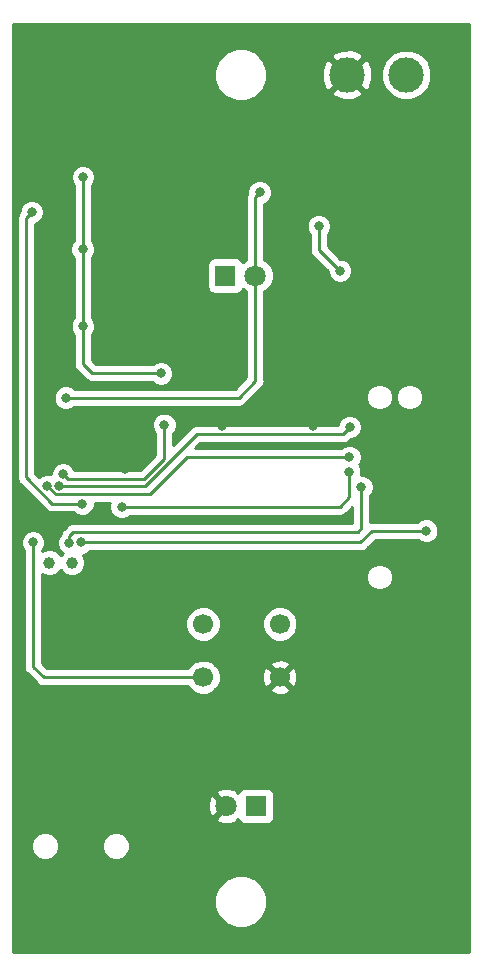
<source format=gbl>
G04 #@! TF.GenerationSoftware,KiCad,Pcbnew,5.0.0-fee4fd1~66~ubuntu16.04.1*
G04 #@! TF.CreationDate,2018-10-04T18:13:22+05:30*
G04 #@! TF.ProjectId,senseBeTx_rev1,73656E7365426554785F726576312E6B,rev?*
G04 #@! TF.SameCoordinates,Original*
G04 #@! TF.FileFunction,Copper,L2,Bot,Signal*
G04 #@! TF.FilePolarity,Positive*
%FSLAX46Y46*%
G04 Gerber Fmt 4.6, Leading zero omitted, Abs format (unit mm)*
G04 Created by KiCad (PCBNEW 5.0.0-fee4fd1~66~ubuntu16.04.1) date Thu Oct  4 18:13:22 2018*
%MOMM*%
%LPD*%
G01*
G04 APERTURE LIST*
G04 #@! TA.AperFunction,ComponentPad*
%ADD10C,3.000000*%
G04 #@! TD*
G04 #@! TA.AperFunction,ComponentPad*
%ADD11R,1.800000X1.800000*%
G04 #@! TD*
G04 #@! TA.AperFunction,ComponentPad*
%ADD12C,1.800000*%
G04 #@! TD*
G04 #@! TA.AperFunction,ComponentPad*
%ADD13C,1.000000*%
G04 #@! TD*
G04 #@! TA.AperFunction,ComponentPad*
%ADD14C,1.700000*%
G04 #@! TD*
G04 #@! TA.AperFunction,ViaPad*
%ADD15C,0.800000*%
G04 #@! TD*
G04 #@! TA.AperFunction,Conductor*
%ADD16C,0.250000*%
G04 #@! TD*
G04 #@! TA.AperFunction,Conductor*
%ADD17C,0.254000*%
G04 #@! TD*
G04 APERTURE END LIST*
D10*
G04 #@! TO.P,BT1,1*
G04 #@! TO.N,Net-(BT1-Pad1)*
X47000000Y-122000000D03*
G04 #@! TO.P,BT1,2*
G04 #@! TO.N,GND*
X42000000Y-122000000D03*
G04 #@! TD*
D11*
G04 #@! TO.P,D1,1*
G04 #@! TO.N,/LIGHT_SENSE*
X34300000Y-183900000D03*
D12*
G04 #@! TO.P,D1,2*
G04 #@! TO.N,GND*
X31760000Y-183900000D03*
G04 #@! TD*
D11*
G04 #@! TO.P,D3,1*
G04 #@! TO.N,Net-(D3-Pad1)*
X31700000Y-139000000D03*
D12*
G04 #@! TO.P,D3,2*
G04 #@! TO.N,VDD*
X34240000Y-139000000D03*
G04 #@! TD*
D13*
G04 #@! TO.P,Y1,1*
G04 #@! TO.N,/RCC_OSC32_IN*
X16800000Y-163300000D03*
G04 #@! TO.P,Y1,2*
G04 #@! TO.N,/RCC_OSC32_OUT*
X18700000Y-163300000D03*
G04 #@! TD*
D14*
G04 #@! TO.P,SW1,4*
G04 #@! TO.N,Net-(SW1-Pad4)*
X29800000Y-168500000D03*
G04 #@! TO.P,SW1,3*
G04 #@! TO.N,Net-(SW1-Pad3)*
X36300000Y-168500000D03*
G04 #@! TO.P,SW1,2*
G04 #@! TO.N,/BUTTON*
X29800000Y-173000000D03*
G04 #@! TO.P,SW1,1*
G04 #@! TO.N,GND*
X36300000Y-173000000D03*
G04 #@! TD*
D15*
G04 #@! TO.N,GND*
X20800000Y-166500000D03*
X31400000Y-151700000D03*
X39100000Y-151700000D03*
X49600000Y-132200000D03*
X16500000Y-130500000D03*
X16500000Y-136800000D03*
X16500000Y-143200000D03*
X23190000Y-155360000D03*
G04 #@! TO.N,VDD*
X19500000Y-161600000D03*
X48700000Y-160600000D03*
X34600000Y-131960000D03*
X18180000Y-149340000D03*
G04 #@! TO.N,/BUTTON*
X15400000Y-161600000D03*
G04 #@! TO.N,Net-(D2-Pad2)*
X39600000Y-134800000D03*
X41400000Y-138600000D03*
G04 #@! TO.N,/SYS_SWDIO*
X42230000Y-151820000D03*
X17620000Y-156800000D03*
G04 #@! TO.N,/SYS_SWDCLK*
X42190000Y-154360000D03*
X16610000Y-156820000D03*
G04 #@! TO.N,/RESET*
X18487347Y-161612653D03*
X43200000Y-156900000D03*
G04 #@! TO.N,/USART2_TX*
X22910000Y-158580000D03*
X42180000Y-155610000D03*
G04 #@! TO.N,/LEDIR_PWR2*
X19580000Y-158300000D03*
X15299999Y-133620000D03*
G04 #@! TO.N,/LEDIR_CNTRL1*
X17950000Y-155840000D03*
X26530000Y-151630000D03*
G04 #@! TO.N,/R_CNTRL*
X19620000Y-143300000D03*
X26240000Y-147280000D03*
X19600000Y-136770000D03*
X19630000Y-130660000D03*
G04 #@! TD*
D16*
G04 #@! TO.N,VDD*
X19500000Y-161600000D02*
X43100000Y-161600000D01*
X44100000Y-160600000D02*
X48700000Y-160600000D01*
X43100000Y-161600000D02*
X44100000Y-160600000D01*
X34240000Y-132320000D02*
X34600000Y-131960000D01*
X34240000Y-139000000D02*
X34240000Y-132320000D01*
X34240000Y-139000000D02*
X34240000Y-147910000D01*
X32810000Y-149340000D02*
X18180000Y-149340000D01*
X34240000Y-147910000D02*
X32810000Y-149340000D01*
G04 #@! TO.N,/BUTTON*
X16300000Y-173000000D02*
X29800000Y-173000000D01*
X15400000Y-172100000D02*
X16300000Y-173000000D01*
X15400000Y-161600000D02*
X15400000Y-172100000D01*
G04 #@! TO.N,Net-(D2-Pad2)*
X39600000Y-136800000D02*
X41400000Y-138600000D01*
X39600000Y-134800000D02*
X39600000Y-136800000D01*
G04 #@! TO.N,/SYS_SWDIO*
X41624999Y-152425001D02*
X42230000Y-151820000D01*
X29261409Y-152425001D02*
X41624999Y-152425001D01*
X24886410Y-156800000D02*
X29261409Y-152425001D01*
X17620000Y-156800000D02*
X24886410Y-156800000D01*
G04 #@! TO.N,/SYS_SWDCLK*
X17315001Y-157525001D02*
X25304999Y-157525001D01*
X16610000Y-156820000D02*
X17315001Y-157525001D01*
X25304999Y-157525001D02*
X28470000Y-154360000D01*
X28470000Y-154360000D02*
X29420000Y-154360000D01*
X29420000Y-154360000D02*
X42190000Y-154360000D01*
G04 #@! TO.N,/RESET*
X18487347Y-161046968D02*
X18834315Y-160700000D01*
X18487347Y-161612653D02*
X18487347Y-161046968D01*
X18834315Y-160700000D02*
X42900000Y-160700000D01*
X43200000Y-160400000D02*
X43200000Y-156900000D01*
X42900000Y-160700000D02*
X43200000Y-160400000D01*
G04 #@! TO.N,/USART2_TX*
X41370000Y-158580000D02*
X22910000Y-158580000D01*
X42180000Y-155610000D02*
X42180000Y-157770000D01*
X42180000Y-157770000D02*
X41370000Y-158580000D01*
G04 #@! TO.N,/LEDIR_PWR2*
X17016998Y-158300000D02*
X14810000Y-156093002D01*
X19580000Y-158300000D02*
X17016998Y-158300000D01*
X14810000Y-134109999D02*
X15299999Y-133620000D01*
X14810000Y-156093002D02*
X14810000Y-134109999D01*
G04 #@! TO.N,/LEDIR_CNTRL1*
X18349999Y-156239999D02*
X24810001Y-156239999D01*
X17950000Y-155840000D02*
X18349999Y-156239999D01*
X26530000Y-154520000D02*
X26530000Y-151630000D01*
X24810001Y-156239999D02*
X26530000Y-154520000D01*
G04 #@! TO.N,/R_CNTRL*
X19620000Y-143300000D02*
X19620000Y-146480000D01*
X20420000Y-147280000D02*
X26240000Y-147280000D01*
X19620000Y-146480000D02*
X20420000Y-147280000D01*
X19620000Y-136790000D02*
X19600000Y-136770000D01*
X19620000Y-143300000D02*
X19620000Y-136790000D01*
X19630000Y-136740000D02*
X19600000Y-136770000D01*
X19630000Y-130660000D02*
X19630000Y-136740000D01*
G04 #@! TD*
D17*
G04 #@! TO.N,GND*
G36*
X52290000Y-196290000D02*
X13710000Y-196290000D01*
X13710000Y-191555431D01*
X30765000Y-191555431D01*
X30765000Y-192444569D01*
X31105259Y-193266026D01*
X31733974Y-193894741D01*
X32555431Y-194235000D01*
X33444569Y-194235000D01*
X34266026Y-193894741D01*
X34894741Y-193266026D01*
X35235000Y-192444569D01*
X35235000Y-191555431D01*
X34894741Y-190733974D01*
X34266026Y-190105259D01*
X33444569Y-189765000D01*
X32555431Y-189765000D01*
X31733974Y-190105259D01*
X31105259Y-190733974D01*
X30765000Y-191555431D01*
X13710000Y-191555431D01*
X13710000Y-187064289D01*
X15215000Y-187064289D01*
X15215000Y-187535711D01*
X15395405Y-187971249D01*
X15728751Y-188304595D01*
X16164289Y-188485000D01*
X16635711Y-188485000D01*
X17071249Y-188304595D01*
X17404595Y-187971249D01*
X17585000Y-187535711D01*
X17585000Y-187064289D01*
X21215000Y-187064289D01*
X21215000Y-187535711D01*
X21395405Y-187971249D01*
X21728751Y-188304595D01*
X22164289Y-188485000D01*
X22635711Y-188485000D01*
X23071249Y-188304595D01*
X23404595Y-187971249D01*
X23585000Y-187535711D01*
X23585000Y-187064289D01*
X23404595Y-186628751D01*
X23071249Y-186295405D01*
X22635711Y-186115000D01*
X22164289Y-186115000D01*
X21728751Y-186295405D01*
X21395405Y-186628751D01*
X21215000Y-187064289D01*
X17585000Y-187064289D01*
X17404595Y-186628751D01*
X17071249Y-186295405D01*
X16635711Y-186115000D01*
X16164289Y-186115000D01*
X15728751Y-186295405D01*
X15395405Y-186628751D01*
X15215000Y-187064289D01*
X13710000Y-187064289D01*
X13710000Y-183659336D01*
X30213542Y-183659336D01*
X30239161Y-184269460D01*
X30423357Y-184714148D01*
X30679841Y-184800554D01*
X31580395Y-183900000D01*
X30679841Y-182999446D01*
X30423357Y-183085852D01*
X30213542Y-183659336D01*
X13710000Y-183659336D01*
X13710000Y-182819841D01*
X30859446Y-182819841D01*
X31760000Y-183720395D01*
X31774143Y-183706253D01*
X31953748Y-183885858D01*
X31939605Y-183900000D01*
X31953748Y-183914143D01*
X31774143Y-184093748D01*
X31760000Y-184079605D01*
X30859446Y-184980159D01*
X30945852Y-185236643D01*
X31519336Y-185446458D01*
X32129460Y-185420839D01*
X32574148Y-185236643D01*
X32660553Y-184980161D01*
X32775110Y-185094718D01*
X32809942Y-185059886D01*
X32942191Y-185257809D01*
X33152235Y-185398157D01*
X33400000Y-185447440D01*
X35200000Y-185447440D01*
X35447765Y-185398157D01*
X35657809Y-185257809D01*
X35798157Y-185047765D01*
X35847440Y-184800000D01*
X35847440Y-183000000D01*
X35798157Y-182752235D01*
X35657809Y-182542191D01*
X35447765Y-182401843D01*
X35200000Y-182352560D01*
X33400000Y-182352560D01*
X33152235Y-182401843D01*
X32942191Y-182542191D01*
X32809942Y-182740114D01*
X32775110Y-182705282D01*
X32660553Y-182819839D01*
X32574148Y-182563357D01*
X32000664Y-182353542D01*
X31390540Y-182379161D01*
X30945852Y-182563357D01*
X30859446Y-182819841D01*
X13710000Y-182819841D01*
X13710000Y-134109999D01*
X14035112Y-134109999D01*
X14050001Y-134184851D01*
X14050000Y-156018155D01*
X14035112Y-156093002D01*
X14050000Y-156167849D01*
X14050000Y-156167853D01*
X14094096Y-156389538D01*
X14262071Y-156640931D01*
X14325530Y-156683333D01*
X16426669Y-158784473D01*
X16469069Y-158847929D01*
X16720461Y-159015904D01*
X16942146Y-159060000D01*
X16942150Y-159060000D01*
X17016998Y-159074888D01*
X17091846Y-159060000D01*
X18876289Y-159060000D01*
X18993720Y-159177431D01*
X19374126Y-159335000D01*
X19785874Y-159335000D01*
X20166280Y-159177431D01*
X20457431Y-158886280D01*
X20615000Y-158505874D01*
X20615000Y-158285001D01*
X21911917Y-158285001D01*
X21875000Y-158374126D01*
X21875000Y-158785874D01*
X22032569Y-159166280D01*
X22323720Y-159457431D01*
X22704126Y-159615000D01*
X23115874Y-159615000D01*
X23496280Y-159457431D01*
X23613711Y-159340000D01*
X41295153Y-159340000D01*
X41370000Y-159354888D01*
X41444847Y-159340000D01*
X41444852Y-159340000D01*
X41666537Y-159295904D01*
X41917929Y-159127929D01*
X41960331Y-159064470D01*
X42440001Y-158584801D01*
X42440000Y-159940000D01*
X18909163Y-159940000D01*
X18834315Y-159925112D01*
X18759467Y-159940000D01*
X18759463Y-159940000D01*
X18585920Y-159974520D01*
X18537777Y-159984096D01*
X18444033Y-160046734D01*
X18286386Y-160152071D01*
X18243984Y-160215530D01*
X18002875Y-160456639D01*
X17939419Y-160499039D01*
X17771443Y-160750431D01*
X17743033Y-160893256D01*
X17609916Y-161026373D01*
X17452347Y-161406779D01*
X17452347Y-161818527D01*
X17609916Y-162198933D01*
X17901067Y-162490084D01*
X17903695Y-162491172D01*
X17750000Y-162644867D01*
X17442926Y-162337793D01*
X17025766Y-162165000D01*
X16574234Y-162165000D01*
X16160000Y-162336581D01*
X16160000Y-162303711D01*
X16277431Y-162186280D01*
X16435000Y-161805874D01*
X16435000Y-161394126D01*
X16277431Y-161013720D01*
X15986280Y-160722569D01*
X15605874Y-160565000D01*
X15194126Y-160565000D01*
X14813720Y-160722569D01*
X14522569Y-161013720D01*
X14365000Y-161394126D01*
X14365000Y-161805874D01*
X14522569Y-162186280D01*
X14640000Y-162303711D01*
X14640001Y-172025148D01*
X14625112Y-172100000D01*
X14684097Y-172396537D01*
X14763604Y-172515527D01*
X14852072Y-172647929D01*
X14915528Y-172690329D01*
X15709671Y-173484473D01*
X15752071Y-173547929D01*
X16003463Y-173715904D01*
X16225148Y-173760000D01*
X16225152Y-173760000D01*
X16299999Y-173774888D01*
X16374846Y-173760000D01*
X28507450Y-173760000D01*
X28541078Y-173841185D01*
X28958815Y-174258922D01*
X29504615Y-174485000D01*
X30095385Y-174485000D01*
X30641185Y-174258922D01*
X30856149Y-174043958D01*
X35435647Y-174043958D01*
X35515920Y-174295259D01*
X36071279Y-174496718D01*
X36661458Y-174470315D01*
X37084080Y-174295259D01*
X37164353Y-174043958D01*
X36300000Y-173179605D01*
X35435647Y-174043958D01*
X30856149Y-174043958D01*
X31058922Y-173841185D01*
X31285000Y-173295385D01*
X31285000Y-172771279D01*
X34803282Y-172771279D01*
X34829685Y-173361458D01*
X35004741Y-173784080D01*
X35256042Y-173864353D01*
X36120395Y-173000000D01*
X36479605Y-173000000D01*
X37343958Y-173864353D01*
X37595259Y-173784080D01*
X37796718Y-173228721D01*
X37770315Y-172638542D01*
X37595259Y-172215920D01*
X37343958Y-172135647D01*
X36479605Y-173000000D01*
X36120395Y-173000000D01*
X35256042Y-172135647D01*
X35004741Y-172215920D01*
X34803282Y-172771279D01*
X31285000Y-172771279D01*
X31285000Y-172704615D01*
X31058922Y-172158815D01*
X30856149Y-171956042D01*
X35435647Y-171956042D01*
X36300000Y-172820395D01*
X37164353Y-171956042D01*
X37084080Y-171704741D01*
X36528721Y-171503282D01*
X35938542Y-171529685D01*
X35515920Y-171704741D01*
X35435647Y-171956042D01*
X30856149Y-171956042D01*
X30641185Y-171741078D01*
X30095385Y-171515000D01*
X29504615Y-171515000D01*
X28958815Y-171741078D01*
X28541078Y-172158815D01*
X28507450Y-172240000D01*
X16614802Y-172240000D01*
X16160000Y-171785199D01*
X16160000Y-168204615D01*
X28315000Y-168204615D01*
X28315000Y-168795385D01*
X28541078Y-169341185D01*
X28958815Y-169758922D01*
X29504615Y-169985000D01*
X30095385Y-169985000D01*
X30641185Y-169758922D01*
X31058922Y-169341185D01*
X31285000Y-168795385D01*
X31285000Y-168204615D01*
X34815000Y-168204615D01*
X34815000Y-168795385D01*
X35041078Y-169341185D01*
X35458815Y-169758922D01*
X36004615Y-169985000D01*
X36595385Y-169985000D01*
X37141185Y-169758922D01*
X37558922Y-169341185D01*
X37785000Y-168795385D01*
X37785000Y-168204615D01*
X37558922Y-167658815D01*
X37141185Y-167241078D01*
X36595385Y-167015000D01*
X36004615Y-167015000D01*
X35458815Y-167241078D01*
X35041078Y-167658815D01*
X34815000Y-168204615D01*
X31285000Y-168204615D01*
X31058922Y-167658815D01*
X30641185Y-167241078D01*
X30095385Y-167015000D01*
X29504615Y-167015000D01*
X28958815Y-167241078D01*
X28541078Y-167658815D01*
X28315000Y-168204615D01*
X16160000Y-168204615D01*
X16160000Y-164263419D01*
X16574234Y-164435000D01*
X17025766Y-164435000D01*
X17442926Y-164262207D01*
X17750000Y-163955133D01*
X18057074Y-164262207D01*
X18474234Y-164435000D01*
X18925766Y-164435000D01*
X19265605Y-164294234D01*
X43595000Y-164294234D01*
X43595000Y-164745766D01*
X43767793Y-165162926D01*
X44087074Y-165482207D01*
X44504234Y-165655000D01*
X44955766Y-165655000D01*
X45372926Y-165482207D01*
X45692207Y-165162926D01*
X45865000Y-164745766D01*
X45865000Y-164294234D01*
X45692207Y-163877074D01*
X45372926Y-163557793D01*
X44955766Y-163385000D01*
X44504234Y-163385000D01*
X44087074Y-163557793D01*
X43767793Y-163877074D01*
X43595000Y-164294234D01*
X19265605Y-164294234D01*
X19342926Y-164262207D01*
X19662207Y-163942926D01*
X19835000Y-163525766D01*
X19835000Y-163074234D01*
X19662207Y-162657074D01*
X19640133Y-162635000D01*
X19705874Y-162635000D01*
X20086280Y-162477431D01*
X20203711Y-162360000D01*
X43025153Y-162360000D01*
X43100000Y-162374888D01*
X43174847Y-162360000D01*
X43174852Y-162360000D01*
X43396537Y-162315904D01*
X43647929Y-162147929D01*
X43690331Y-162084470D01*
X44414802Y-161360000D01*
X47996289Y-161360000D01*
X48113720Y-161477431D01*
X48494126Y-161635000D01*
X48905874Y-161635000D01*
X49286280Y-161477431D01*
X49577431Y-161186280D01*
X49735000Y-160805874D01*
X49735000Y-160394126D01*
X49577431Y-160013720D01*
X49286280Y-159722569D01*
X48905874Y-159565000D01*
X48494126Y-159565000D01*
X48113720Y-159722569D01*
X47996289Y-159840000D01*
X44174848Y-159840000D01*
X44100000Y-159825112D01*
X44025152Y-159840000D01*
X44025148Y-159840000D01*
X43960000Y-159852959D01*
X43960000Y-157603711D01*
X44077431Y-157486280D01*
X44235000Y-157105874D01*
X44235000Y-156694126D01*
X44077431Y-156313720D01*
X43786280Y-156022569D01*
X43405874Y-155865000D01*
X43194651Y-155865000D01*
X43215000Y-155815874D01*
X43215000Y-155404126D01*
X43057431Y-155023720D01*
X43023711Y-154990000D01*
X43067431Y-154946280D01*
X43225000Y-154565874D01*
X43225000Y-154154126D01*
X43067431Y-153773720D01*
X42776280Y-153482569D01*
X42395874Y-153325000D01*
X41984126Y-153325000D01*
X41603720Y-153482569D01*
X41486289Y-153600000D01*
X29161212Y-153600000D01*
X29576211Y-153185001D01*
X41550152Y-153185001D01*
X41624999Y-153199889D01*
X41699846Y-153185001D01*
X41699851Y-153185001D01*
X41921536Y-153140905D01*
X42172928Y-152972930D01*
X42215330Y-152909471D01*
X42269801Y-152855000D01*
X42435874Y-152855000D01*
X42816280Y-152697431D01*
X43107431Y-152406280D01*
X43265000Y-152025874D01*
X43265000Y-151614126D01*
X43107431Y-151233720D01*
X42816280Y-150942569D01*
X42435874Y-150785000D01*
X42024126Y-150785000D01*
X41643720Y-150942569D01*
X41352569Y-151233720D01*
X41195000Y-151614126D01*
X41195000Y-151665001D01*
X29336256Y-151665001D01*
X29261409Y-151650113D01*
X29186562Y-151665001D01*
X29186557Y-151665001D01*
X28964872Y-151709097D01*
X28713480Y-151877072D01*
X28671080Y-151940528D01*
X27290000Y-153321608D01*
X27290000Y-152333711D01*
X27407431Y-152216280D01*
X27565000Y-151835874D01*
X27565000Y-151424126D01*
X27407431Y-151043720D01*
X27116280Y-150752569D01*
X26735874Y-150595000D01*
X26324126Y-150595000D01*
X25943720Y-150752569D01*
X25652569Y-151043720D01*
X25495000Y-151424126D01*
X25495000Y-151835874D01*
X25652569Y-152216280D01*
X25770001Y-152333712D01*
X25770000Y-154205198D01*
X24495200Y-155479999D01*
X18921159Y-155479999D01*
X18827431Y-155253720D01*
X18536280Y-154962569D01*
X18155874Y-154805000D01*
X17744126Y-154805000D01*
X17363720Y-154962569D01*
X17072569Y-155253720D01*
X16915000Y-155634126D01*
X16915000Y-155826059D01*
X16815874Y-155785000D01*
X16404126Y-155785000D01*
X16023720Y-155942569D01*
X15879044Y-156087245D01*
X15570000Y-155778201D01*
X15570000Y-149134126D01*
X17145000Y-149134126D01*
X17145000Y-149545874D01*
X17302569Y-149926280D01*
X17593720Y-150217431D01*
X17974126Y-150375000D01*
X18385874Y-150375000D01*
X18766280Y-150217431D01*
X18883711Y-150100000D01*
X32735153Y-150100000D01*
X32810000Y-150114888D01*
X32884847Y-150100000D01*
X32884852Y-150100000D01*
X33106537Y-150055904D01*
X33357929Y-149887929D01*
X33400331Y-149824470D01*
X34170568Y-149054234D01*
X43595000Y-149054234D01*
X43595000Y-149505766D01*
X43767793Y-149922926D01*
X44087074Y-150242207D01*
X44504234Y-150415000D01*
X44955766Y-150415000D01*
X45372926Y-150242207D01*
X45692207Y-149922926D01*
X45865000Y-149505766D01*
X45865000Y-149054234D01*
X46135000Y-149054234D01*
X46135000Y-149505766D01*
X46307793Y-149922926D01*
X46627074Y-150242207D01*
X47044234Y-150415000D01*
X47495766Y-150415000D01*
X47912926Y-150242207D01*
X48232207Y-149922926D01*
X48405000Y-149505766D01*
X48405000Y-149054234D01*
X48232207Y-148637074D01*
X47912926Y-148317793D01*
X47495766Y-148145000D01*
X47044234Y-148145000D01*
X46627074Y-148317793D01*
X46307793Y-148637074D01*
X46135000Y-149054234D01*
X45865000Y-149054234D01*
X45692207Y-148637074D01*
X45372926Y-148317793D01*
X44955766Y-148145000D01*
X44504234Y-148145000D01*
X44087074Y-148317793D01*
X43767793Y-148637074D01*
X43595000Y-149054234D01*
X34170568Y-149054234D01*
X34724476Y-148500327D01*
X34787929Y-148457929D01*
X34830327Y-148394476D01*
X34830329Y-148394474D01*
X34955903Y-148206538D01*
X34955904Y-148206537D01*
X35000000Y-147984852D01*
X35000000Y-147984848D01*
X35014888Y-147910001D01*
X35000000Y-147835154D01*
X35000000Y-140346669D01*
X35109507Y-140301310D01*
X35541310Y-139869507D01*
X35775000Y-139305330D01*
X35775000Y-138694670D01*
X35541310Y-138130493D01*
X35109507Y-137698690D01*
X35000000Y-137653331D01*
X35000000Y-134594126D01*
X38565000Y-134594126D01*
X38565000Y-135005874D01*
X38722569Y-135386280D01*
X38840000Y-135503711D01*
X38840001Y-136725148D01*
X38825112Y-136800000D01*
X38840001Y-136874852D01*
X38884097Y-137096537D01*
X39052072Y-137347929D01*
X39115528Y-137390329D01*
X40365000Y-138639802D01*
X40365000Y-138805874D01*
X40522569Y-139186280D01*
X40813720Y-139477431D01*
X41194126Y-139635000D01*
X41605874Y-139635000D01*
X41986280Y-139477431D01*
X42277431Y-139186280D01*
X42435000Y-138805874D01*
X42435000Y-138394126D01*
X42277431Y-138013720D01*
X41986280Y-137722569D01*
X41605874Y-137565000D01*
X41439802Y-137565000D01*
X40360000Y-136485199D01*
X40360000Y-135503711D01*
X40477431Y-135386280D01*
X40635000Y-135005874D01*
X40635000Y-134594126D01*
X40477431Y-134213720D01*
X40186280Y-133922569D01*
X39805874Y-133765000D01*
X39394126Y-133765000D01*
X39013720Y-133922569D01*
X38722569Y-134213720D01*
X38565000Y-134594126D01*
X35000000Y-134594126D01*
X35000000Y-132914591D01*
X35186280Y-132837431D01*
X35477431Y-132546280D01*
X35635000Y-132165874D01*
X35635000Y-131754126D01*
X35477431Y-131373720D01*
X35186280Y-131082569D01*
X34805874Y-130925000D01*
X34394126Y-130925000D01*
X34013720Y-131082569D01*
X33722569Y-131373720D01*
X33565000Y-131754126D01*
X33565000Y-131962247D01*
X33524097Y-132023463D01*
X33465112Y-132320000D01*
X33480001Y-132394852D01*
X33480000Y-137653331D01*
X33370493Y-137698690D01*
X33201275Y-137867908D01*
X33198157Y-137852235D01*
X33057809Y-137642191D01*
X32847765Y-137501843D01*
X32600000Y-137452560D01*
X30800000Y-137452560D01*
X30552235Y-137501843D01*
X30342191Y-137642191D01*
X30201843Y-137852235D01*
X30152560Y-138100000D01*
X30152560Y-139900000D01*
X30201843Y-140147765D01*
X30342191Y-140357809D01*
X30552235Y-140498157D01*
X30800000Y-140547440D01*
X32600000Y-140547440D01*
X32847765Y-140498157D01*
X33057809Y-140357809D01*
X33198157Y-140147765D01*
X33201275Y-140132092D01*
X33370493Y-140301310D01*
X33480000Y-140346669D01*
X33480001Y-147595196D01*
X32495199Y-148580000D01*
X18883711Y-148580000D01*
X18766280Y-148462569D01*
X18385874Y-148305000D01*
X17974126Y-148305000D01*
X17593720Y-148462569D01*
X17302569Y-148753720D01*
X17145000Y-149134126D01*
X15570000Y-149134126D01*
X15570000Y-136564126D01*
X18565000Y-136564126D01*
X18565000Y-136975874D01*
X18722569Y-137356280D01*
X18860001Y-137493712D01*
X18860000Y-142596289D01*
X18742569Y-142713720D01*
X18585000Y-143094126D01*
X18585000Y-143505874D01*
X18742569Y-143886280D01*
X18860000Y-144003711D01*
X18860001Y-146405148D01*
X18845112Y-146480000D01*
X18860001Y-146554852D01*
X18904097Y-146776537D01*
X19072072Y-147027929D01*
X19135528Y-147070329D01*
X19829671Y-147764473D01*
X19872071Y-147827929D01*
X19935527Y-147870329D01*
X20123462Y-147995904D01*
X20171605Y-148005480D01*
X20345148Y-148040000D01*
X20345152Y-148040000D01*
X20420000Y-148054888D01*
X20494848Y-148040000D01*
X25536289Y-148040000D01*
X25653720Y-148157431D01*
X26034126Y-148315000D01*
X26445874Y-148315000D01*
X26826280Y-148157431D01*
X27117431Y-147866280D01*
X27275000Y-147485874D01*
X27275000Y-147074126D01*
X27117431Y-146693720D01*
X26826280Y-146402569D01*
X26445874Y-146245000D01*
X26034126Y-146245000D01*
X25653720Y-146402569D01*
X25536289Y-146520000D01*
X20734802Y-146520000D01*
X20380000Y-146165199D01*
X20380000Y-144003711D01*
X20497431Y-143886280D01*
X20655000Y-143505874D01*
X20655000Y-143094126D01*
X20497431Y-142713720D01*
X20380000Y-142596289D01*
X20380000Y-137453711D01*
X20477431Y-137356280D01*
X20635000Y-136975874D01*
X20635000Y-136564126D01*
X20477431Y-136183720D01*
X20390000Y-136096289D01*
X20390000Y-131363711D01*
X20507431Y-131246280D01*
X20665000Y-130865874D01*
X20665000Y-130454126D01*
X20507431Y-130073720D01*
X20216280Y-129782569D01*
X19835874Y-129625000D01*
X19424126Y-129625000D01*
X19043720Y-129782569D01*
X18752569Y-130073720D01*
X18595000Y-130454126D01*
X18595000Y-130865874D01*
X18752569Y-131246280D01*
X18870000Y-131363711D01*
X18870001Y-136036288D01*
X18722569Y-136183720D01*
X18565000Y-136564126D01*
X15570000Y-136564126D01*
X15570000Y-134628438D01*
X15886279Y-134497431D01*
X16177430Y-134206280D01*
X16334999Y-133825874D01*
X16334999Y-133414126D01*
X16177430Y-133033720D01*
X15886279Y-132742569D01*
X15505873Y-132585000D01*
X15094125Y-132585000D01*
X14713719Y-132742569D01*
X14422568Y-133033720D01*
X14264999Y-133414126D01*
X14264999Y-133560114D01*
X14262072Y-133562070D01*
X14219672Y-133625526D01*
X14219671Y-133625527D01*
X14094097Y-133813462D01*
X14035112Y-134109999D01*
X13710000Y-134109999D01*
X13710000Y-121555431D01*
X30765000Y-121555431D01*
X30765000Y-122444569D01*
X31105259Y-123266026D01*
X31733974Y-123894741D01*
X32555431Y-124235000D01*
X33444569Y-124235000D01*
X34266026Y-123894741D01*
X34646797Y-123513970D01*
X40665635Y-123513970D01*
X40825418Y-123832739D01*
X41616187Y-124142723D01*
X42465387Y-124126497D01*
X43174582Y-123832739D01*
X43334365Y-123513970D01*
X42000000Y-122179605D01*
X40665635Y-123513970D01*
X34646797Y-123513970D01*
X34894741Y-123266026D01*
X35235000Y-122444569D01*
X35235000Y-121616187D01*
X39857277Y-121616187D01*
X39873503Y-122465387D01*
X40167261Y-123174582D01*
X40486030Y-123334365D01*
X41820395Y-122000000D01*
X42179605Y-122000000D01*
X43513970Y-123334365D01*
X43832739Y-123174582D01*
X44142723Y-122383813D01*
X44127275Y-121575322D01*
X44865000Y-121575322D01*
X44865000Y-122424678D01*
X45190034Y-123209380D01*
X45790620Y-123809966D01*
X46575322Y-124135000D01*
X47424678Y-124135000D01*
X48209380Y-123809966D01*
X48809966Y-123209380D01*
X49135000Y-122424678D01*
X49135000Y-121575322D01*
X48809966Y-120790620D01*
X48209380Y-120190034D01*
X47424678Y-119865000D01*
X46575322Y-119865000D01*
X45790620Y-120190034D01*
X45190034Y-120790620D01*
X44865000Y-121575322D01*
X44127275Y-121575322D01*
X44126497Y-121534613D01*
X43832739Y-120825418D01*
X43513970Y-120665635D01*
X42179605Y-122000000D01*
X41820395Y-122000000D01*
X40486030Y-120665635D01*
X40167261Y-120825418D01*
X39857277Y-121616187D01*
X35235000Y-121616187D01*
X35235000Y-121555431D01*
X34894741Y-120733974D01*
X34646797Y-120486030D01*
X40665635Y-120486030D01*
X42000000Y-121820395D01*
X43334365Y-120486030D01*
X43174582Y-120167261D01*
X42383813Y-119857277D01*
X41534613Y-119873503D01*
X40825418Y-120167261D01*
X40665635Y-120486030D01*
X34646797Y-120486030D01*
X34266026Y-120105259D01*
X33444569Y-119765000D01*
X32555431Y-119765000D01*
X31733974Y-120105259D01*
X31105259Y-120733974D01*
X30765000Y-121555431D01*
X13710000Y-121555431D01*
X13710000Y-117710000D01*
X52290001Y-117710000D01*
X52290000Y-196290000D01*
X52290000Y-196290000D01*
G37*
X52290000Y-196290000D02*
X13710000Y-196290000D01*
X13710000Y-191555431D01*
X30765000Y-191555431D01*
X30765000Y-192444569D01*
X31105259Y-193266026D01*
X31733974Y-193894741D01*
X32555431Y-194235000D01*
X33444569Y-194235000D01*
X34266026Y-193894741D01*
X34894741Y-193266026D01*
X35235000Y-192444569D01*
X35235000Y-191555431D01*
X34894741Y-190733974D01*
X34266026Y-190105259D01*
X33444569Y-189765000D01*
X32555431Y-189765000D01*
X31733974Y-190105259D01*
X31105259Y-190733974D01*
X30765000Y-191555431D01*
X13710000Y-191555431D01*
X13710000Y-187064289D01*
X15215000Y-187064289D01*
X15215000Y-187535711D01*
X15395405Y-187971249D01*
X15728751Y-188304595D01*
X16164289Y-188485000D01*
X16635711Y-188485000D01*
X17071249Y-188304595D01*
X17404595Y-187971249D01*
X17585000Y-187535711D01*
X17585000Y-187064289D01*
X21215000Y-187064289D01*
X21215000Y-187535711D01*
X21395405Y-187971249D01*
X21728751Y-188304595D01*
X22164289Y-188485000D01*
X22635711Y-188485000D01*
X23071249Y-188304595D01*
X23404595Y-187971249D01*
X23585000Y-187535711D01*
X23585000Y-187064289D01*
X23404595Y-186628751D01*
X23071249Y-186295405D01*
X22635711Y-186115000D01*
X22164289Y-186115000D01*
X21728751Y-186295405D01*
X21395405Y-186628751D01*
X21215000Y-187064289D01*
X17585000Y-187064289D01*
X17404595Y-186628751D01*
X17071249Y-186295405D01*
X16635711Y-186115000D01*
X16164289Y-186115000D01*
X15728751Y-186295405D01*
X15395405Y-186628751D01*
X15215000Y-187064289D01*
X13710000Y-187064289D01*
X13710000Y-183659336D01*
X30213542Y-183659336D01*
X30239161Y-184269460D01*
X30423357Y-184714148D01*
X30679841Y-184800554D01*
X31580395Y-183900000D01*
X30679841Y-182999446D01*
X30423357Y-183085852D01*
X30213542Y-183659336D01*
X13710000Y-183659336D01*
X13710000Y-182819841D01*
X30859446Y-182819841D01*
X31760000Y-183720395D01*
X31774143Y-183706253D01*
X31953748Y-183885858D01*
X31939605Y-183900000D01*
X31953748Y-183914143D01*
X31774143Y-184093748D01*
X31760000Y-184079605D01*
X30859446Y-184980159D01*
X30945852Y-185236643D01*
X31519336Y-185446458D01*
X32129460Y-185420839D01*
X32574148Y-185236643D01*
X32660553Y-184980161D01*
X32775110Y-185094718D01*
X32809942Y-185059886D01*
X32942191Y-185257809D01*
X33152235Y-185398157D01*
X33400000Y-185447440D01*
X35200000Y-185447440D01*
X35447765Y-185398157D01*
X35657809Y-185257809D01*
X35798157Y-185047765D01*
X35847440Y-184800000D01*
X35847440Y-183000000D01*
X35798157Y-182752235D01*
X35657809Y-182542191D01*
X35447765Y-182401843D01*
X35200000Y-182352560D01*
X33400000Y-182352560D01*
X33152235Y-182401843D01*
X32942191Y-182542191D01*
X32809942Y-182740114D01*
X32775110Y-182705282D01*
X32660553Y-182819839D01*
X32574148Y-182563357D01*
X32000664Y-182353542D01*
X31390540Y-182379161D01*
X30945852Y-182563357D01*
X30859446Y-182819841D01*
X13710000Y-182819841D01*
X13710000Y-134109999D01*
X14035112Y-134109999D01*
X14050001Y-134184851D01*
X14050000Y-156018155D01*
X14035112Y-156093002D01*
X14050000Y-156167849D01*
X14050000Y-156167853D01*
X14094096Y-156389538D01*
X14262071Y-156640931D01*
X14325530Y-156683333D01*
X16426669Y-158784473D01*
X16469069Y-158847929D01*
X16720461Y-159015904D01*
X16942146Y-159060000D01*
X16942150Y-159060000D01*
X17016998Y-159074888D01*
X17091846Y-159060000D01*
X18876289Y-159060000D01*
X18993720Y-159177431D01*
X19374126Y-159335000D01*
X19785874Y-159335000D01*
X20166280Y-159177431D01*
X20457431Y-158886280D01*
X20615000Y-158505874D01*
X20615000Y-158285001D01*
X21911917Y-158285001D01*
X21875000Y-158374126D01*
X21875000Y-158785874D01*
X22032569Y-159166280D01*
X22323720Y-159457431D01*
X22704126Y-159615000D01*
X23115874Y-159615000D01*
X23496280Y-159457431D01*
X23613711Y-159340000D01*
X41295153Y-159340000D01*
X41370000Y-159354888D01*
X41444847Y-159340000D01*
X41444852Y-159340000D01*
X41666537Y-159295904D01*
X41917929Y-159127929D01*
X41960331Y-159064470D01*
X42440001Y-158584801D01*
X42440000Y-159940000D01*
X18909163Y-159940000D01*
X18834315Y-159925112D01*
X18759467Y-159940000D01*
X18759463Y-159940000D01*
X18585920Y-159974520D01*
X18537777Y-159984096D01*
X18444033Y-160046734D01*
X18286386Y-160152071D01*
X18243984Y-160215530D01*
X18002875Y-160456639D01*
X17939419Y-160499039D01*
X17771443Y-160750431D01*
X17743033Y-160893256D01*
X17609916Y-161026373D01*
X17452347Y-161406779D01*
X17452347Y-161818527D01*
X17609916Y-162198933D01*
X17901067Y-162490084D01*
X17903695Y-162491172D01*
X17750000Y-162644867D01*
X17442926Y-162337793D01*
X17025766Y-162165000D01*
X16574234Y-162165000D01*
X16160000Y-162336581D01*
X16160000Y-162303711D01*
X16277431Y-162186280D01*
X16435000Y-161805874D01*
X16435000Y-161394126D01*
X16277431Y-161013720D01*
X15986280Y-160722569D01*
X15605874Y-160565000D01*
X15194126Y-160565000D01*
X14813720Y-160722569D01*
X14522569Y-161013720D01*
X14365000Y-161394126D01*
X14365000Y-161805874D01*
X14522569Y-162186280D01*
X14640000Y-162303711D01*
X14640001Y-172025148D01*
X14625112Y-172100000D01*
X14684097Y-172396537D01*
X14763604Y-172515527D01*
X14852072Y-172647929D01*
X14915528Y-172690329D01*
X15709671Y-173484473D01*
X15752071Y-173547929D01*
X16003463Y-173715904D01*
X16225148Y-173760000D01*
X16225152Y-173760000D01*
X16299999Y-173774888D01*
X16374846Y-173760000D01*
X28507450Y-173760000D01*
X28541078Y-173841185D01*
X28958815Y-174258922D01*
X29504615Y-174485000D01*
X30095385Y-174485000D01*
X30641185Y-174258922D01*
X30856149Y-174043958D01*
X35435647Y-174043958D01*
X35515920Y-174295259D01*
X36071279Y-174496718D01*
X36661458Y-174470315D01*
X37084080Y-174295259D01*
X37164353Y-174043958D01*
X36300000Y-173179605D01*
X35435647Y-174043958D01*
X30856149Y-174043958D01*
X31058922Y-173841185D01*
X31285000Y-173295385D01*
X31285000Y-172771279D01*
X34803282Y-172771279D01*
X34829685Y-173361458D01*
X35004741Y-173784080D01*
X35256042Y-173864353D01*
X36120395Y-173000000D01*
X36479605Y-173000000D01*
X37343958Y-173864353D01*
X37595259Y-173784080D01*
X37796718Y-173228721D01*
X37770315Y-172638542D01*
X37595259Y-172215920D01*
X37343958Y-172135647D01*
X36479605Y-173000000D01*
X36120395Y-173000000D01*
X35256042Y-172135647D01*
X35004741Y-172215920D01*
X34803282Y-172771279D01*
X31285000Y-172771279D01*
X31285000Y-172704615D01*
X31058922Y-172158815D01*
X30856149Y-171956042D01*
X35435647Y-171956042D01*
X36300000Y-172820395D01*
X37164353Y-171956042D01*
X37084080Y-171704741D01*
X36528721Y-171503282D01*
X35938542Y-171529685D01*
X35515920Y-171704741D01*
X35435647Y-171956042D01*
X30856149Y-171956042D01*
X30641185Y-171741078D01*
X30095385Y-171515000D01*
X29504615Y-171515000D01*
X28958815Y-171741078D01*
X28541078Y-172158815D01*
X28507450Y-172240000D01*
X16614802Y-172240000D01*
X16160000Y-171785199D01*
X16160000Y-168204615D01*
X28315000Y-168204615D01*
X28315000Y-168795385D01*
X28541078Y-169341185D01*
X28958815Y-169758922D01*
X29504615Y-169985000D01*
X30095385Y-169985000D01*
X30641185Y-169758922D01*
X31058922Y-169341185D01*
X31285000Y-168795385D01*
X31285000Y-168204615D01*
X34815000Y-168204615D01*
X34815000Y-168795385D01*
X35041078Y-169341185D01*
X35458815Y-169758922D01*
X36004615Y-169985000D01*
X36595385Y-169985000D01*
X37141185Y-169758922D01*
X37558922Y-169341185D01*
X37785000Y-168795385D01*
X37785000Y-168204615D01*
X37558922Y-167658815D01*
X37141185Y-167241078D01*
X36595385Y-167015000D01*
X36004615Y-167015000D01*
X35458815Y-167241078D01*
X35041078Y-167658815D01*
X34815000Y-168204615D01*
X31285000Y-168204615D01*
X31058922Y-167658815D01*
X30641185Y-167241078D01*
X30095385Y-167015000D01*
X29504615Y-167015000D01*
X28958815Y-167241078D01*
X28541078Y-167658815D01*
X28315000Y-168204615D01*
X16160000Y-168204615D01*
X16160000Y-164263419D01*
X16574234Y-164435000D01*
X17025766Y-164435000D01*
X17442926Y-164262207D01*
X17750000Y-163955133D01*
X18057074Y-164262207D01*
X18474234Y-164435000D01*
X18925766Y-164435000D01*
X19265605Y-164294234D01*
X43595000Y-164294234D01*
X43595000Y-164745766D01*
X43767793Y-165162926D01*
X44087074Y-165482207D01*
X44504234Y-165655000D01*
X44955766Y-165655000D01*
X45372926Y-165482207D01*
X45692207Y-165162926D01*
X45865000Y-164745766D01*
X45865000Y-164294234D01*
X45692207Y-163877074D01*
X45372926Y-163557793D01*
X44955766Y-163385000D01*
X44504234Y-163385000D01*
X44087074Y-163557793D01*
X43767793Y-163877074D01*
X43595000Y-164294234D01*
X19265605Y-164294234D01*
X19342926Y-164262207D01*
X19662207Y-163942926D01*
X19835000Y-163525766D01*
X19835000Y-163074234D01*
X19662207Y-162657074D01*
X19640133Y-162635000D01*
X19705874Y-162635000D01*
X20086280Y-162477431D01*
X20203711Y-162360000D01*
X43025153Y-162360000D01*
X43100000Y-162374888D01*
X43174847Y-162360000D01*
X43174852Y-162360000D01*
X43396537Y-162315904D01*
X43647929Y-162147929D01*
X43690331Y-162084470D01*
X44414802Y-161360000D01*
X47996289Y-161360000D01*
X48113720Y-161477431D01*
X48494126Y-161635000D01*
X48905874Y-161635000D01*
X49286280Y-161477431D01*
X49577431Y-161186280D01*
X49735000Y-160805874D01*
X49735000Y-160394126D01*
X49577431Y-160013720D01*
X49286280Y-159722569D01*
X48905874Y-159565000D01*
X48494126Y-159565000D01*
X48113720Y-159722569D01*
X47996289Y-159840000D01*
X44174848Y-159840000D01*
X44100000Y-159825112D01*
X44025152Y-159840000D01*
X44025148Y-159840000D01*
X43960000Y-159852959D01*
X43960000Y-157603711D01*
X44077431Y-157486280D01*
X44235000Y-157105874D01*
X44235000Y-156694126D01*
X44077431Y-156313720D01*
X43786280Y-156022569D01*
X43405874Y-155865000D01*
X43194651Y-155865000D01*
X43215000Y-155815874D01*
X43215000Y-155404126D01*
X43057431Y-155023720D01*
X43023711Y-154990000D01*
X43067431Y-154946280D01*
X43225000Y-154565874D01*
X43225000Y-154154126D01*
X43067431Y-153773720D01*
X42776280Y-153482569D01*
X42395874Y-153325000D01*
X41984126Y-153325000D01*
X41603720Y-153482569D01*
X41486289Y-153600000D01*
X29161212Y-153600000D01*
X29576211Y-153185001D01*
X41550152Y-153185001D01*
X41624999Y-153199889D01*
X41699846Y-153185001D01*
X41699851Y-153185001D01*
X41921536Y-153140905D01*
X42172928Y-152972930D01*
X42215330Y-152909471D01*
X42269801Y-152855000D01*
X42435874Y-152855000D01*
X42816280Y-152697431D01*
X43107431Y-152406280D01*
X43265000Y-152025874D01*
X43265000Y-151614126D01*
X43107431Y-151233720D01*
X42816280Y-150942569D01*
X42435874Y-150785000D01*
X42024126Y-150785000D01*
X41643720Y-150942569D01*
X41352569Y-151233720D01*
X41195000Y-151614126D01*
X41195000Y-151665001D01*
X29336256Y-151665001D01*
X29261409Y-151650113D01*
X29186562Y-151665001D01*
X29186557Y-151665001D01*
X28964872Y-151709097D01*
X28713480Y-151877072D01*
X28671080Y-151940528D01*
X27290000Y-153321608D01*
X27290000Y-152333711D01*
X27407431Y-152216280D01*
X27565000Y-151835874D01*
X27565000Y-151424126D01*
X27407431Y-151043720D01*
X27116280Y-150752569D01*
X26735874Y-150595000D01*
X26324126Y-150595000D01*
X25943720Y-150752569D01*
X25652569Y-151043720D01*
X25495000Y-151424126D01*
X25495000Y-151835874D01*
X25652569Y-152216280D01*
X25770001Y-152333712D01*
X25770000Y-154205198D01*
X24495200Y-155479999D01*
X18921159Y-155479999D01*
X18827431Y-155253720D01*
X18536280Y-154962569D01*
X18155874Y-154805000D01*
X17744126Y-154805000D01*
X17363720Y-154962569D01*
X17072569Y-155253720D01*
X16915000Y-155634126D01*
X16915000Y-155826059D01*
X16815874Y-155785000D01*
X16404126Y-155785000D01*
X16023720Y-155942569D01*
X15879044Y-156087245D01*
X15570000Y-155778201D01*
X15570000Y-149134126D01*
X17145000Y-149134126D01*
X17145000Y-149545874D01*
X17302569Y-149926280D01*
X17593720Y-150217431D01*
X17974126Y-150375000D01*
X18385874Y-150375000D01*
X18766280Y-150217431D01*
X18883711Y-150100000D01*
X32735153Y-150100000D01*
X32810000Y-150114888D01*
X32884847Y-150100000D01*
X32884852Y-150100000D01*
X33106537Y-150055904D01*
X33357929Y-149887929D01*
X33400331Y-149824470D01*
X34170568Y-149054234D01*
X43595000Y-149054234D01*
X43595000Y-149505766D01*
X43767793Y-149922926D01*
X44087074Y-150242207D01*
X44504234Y-150415000D01*
X44955766Y-150415000D01*
X45372926Y-150242207D01*
X45692207Y-149922926D01*
X45865000Y-149505766D01*
X45865000Y-149054234D01*
X46135000Y-149054234D01*
X46135000Y-149505766D01*
X46307793Y-149922926D01*
X46627074Y-150242207D01*
X47044234Y-150415000D01*
X47495766Y-150415000D01*
X47912926Y-150242207D01*
X48232207Y-149922926D01*
X48405000Y-149505766D01*
X48405000Y-149054234D01*
X48232207Y-148637074D01*
X47912926Y-148317793D01*
X47495766Y-148145000D01*
X47044234Y-148145000D01*
X46627074Y-148317793D01*
X46307793Y-148637074D01*
X46135000Y-149054234D01*
X45865000Y-149054234D01*
X45692207Y-148637074D01*
X45372926Y-148317793D01*
X44955766Y-148145000D01*
X44504234Y-148145000D01*
X44087074Y-148317793D01*
X43767793Y-148637074D01*
X43595000Y-149054234D01*
X34170568Y-149054234D01*
X34724476Y-148500327D01*
X34787929Y-148457929D01*
X34830327Y-148394476D01*
X34830329Y-148394474D01*
X34955903Y-148206538D01*
X34955904Y-148206537D01*
X35000000Y-147984852D01*
X35000000Y-147984848D01*
X35014888Y-147910001D01*
X35000000Y-147835154D01*
X35000000Y-140346669D01*
X35109507Y-140301310D01*
X35541310Y-139869507D01*
X35775000Y-139305330D01*
X35775000Y-138694670D01*
X35541310Y-138130493D01*
X35109507Y-137698690D01*
X35000000Y-137653331D01*
X35000000Y-134594126D01*
X38565000Y-134594126D01*
X38565000Y-135005874D01*
X38722569Y-135386280D01*
X38840000Y-135503711D01*
X38840001Y-136725148D01*
X38825112Y-136800000D01*
X38840001Y-136874852D01*
X38884097Y-137096537D01*
X39052072Y-137347929D01*
X39115528Y-137390329D01*
X40365000Y-138639802D01*
X40365000Y-138805874D01*
X40522569Y-139186280D01*
X40813720Y-139477431D01*
X41194126Y-139635000D01*
X41605874Y-139635000D01*
X41986280Y-139477431D01*
X42277431Y-139186280D01*
X42435000Y-138805874D01*
X42435000Y-138394126D01*
X42277431Y-138013720D01*
X41986280Y-137722569D01*
X41605874Y-137565000D01*
X41439802Y-137565000D01*
X40360000Y-136485199D01*
X40360000Y-135503711D01*
X40477431Y-135386280D01*
X40635000Y-135005874D01*
X40635000Y-134594126D01*
X40477431Y-134213720D01*
X40186280Y-133922569D01*
X39805874Y-133765000D01*
X39394126Y-133765000D01*
X39013720Y-133922569D01*
X38722569Y-134213720D01*
X38565000Y-134594126D01*
X35000000Y-134594126D01*
X35000000Y-132914591D01*
X35186280Y-132837431D01*
X35477431Y-132546280D01*
X35635000Y-132165874D01*
X35635000Y-131754126D01*
X35477431Y-131373720D01*
X35186280Y-131082569D01*
X34805874Y-130925000D01*
X34394126Y-130925000D01*
X34013720Y-131082569D01*
X33722569Y-131373720D01*
X33565000Y-131754126D01*
X33565000Y-131962247D01*
X33524097Y-132023463D01*
X33465112Y-132320000D01*
X33480001Y-132394852D01*
X33480000Y-137653331D01*
X33370493Y-137698690D01*
X33201275Y-137867908D01*
X33198157Y-137852235D01*
X33057809Y-137642191D01*
X32847765Y-137501843D01*
X32600000Y-137452560D01*
X30800000Y-137452560D01*
X30552235Y-137501843D01*
X30342191Y-137642191D01*
X30201843Y-137852235D01*
X30152560Y-138100000D01*
X30152560Y-139900000D01*
X30201843Y-140147765D01*
X30342191Y-140357809D01*
X30552235Y-140498157D01*
X30800000Y-140547440D01*
X32600000Y-140547440D01*
X32847765Y-140498157D01*
X33057809Y-140357809D01*
X33198157Y-140147765D01*
X33201275Y-140132092D01*
X33370493Y-140301310D01*
X33480000Y-140346669D01*
X33480001Y-147595196D01*
X32495199Y-148580000D01*
X18883711Y-148580000D01*
X18766280Y-148462569D01*
X18385874Y-148305000D01*
X17974126Y-148305000D01*
X17593720Y-148462569D01*
X17302569Y-148753720D01*
X17145000Y-149134126D01*
X15570000Y-149134126D01*
X15570000Y-136564126D01*
X18565000Y-136564126D01*
X18565000Y-136975874D01*
X18722569Y-137356280D01*
X18860001Y-137493712D01*
X18860000Y-142596289D01*
X18742569Y-142713720D01*
X18585000Y-143094126D01*
X18585000Y-143505874D01*
X18742569Y-143886280D01*
X18860000Y-144003711D01*
X18860001Y-146405148D01*
X18845112Y-146480000D01*
X18860001Y-146554852D01*
X18904097Y-146776537D01*
X19072072Y-147027929D01*
X19135528Y-147070329D01*
X19829671Y-147764473D01*
X19872071Y-147827929D01*
X19935527Y-147870329D01*
X20123462Y-147995904D01*
X20171605Y-148005480D01*
X20345148Y-148040000D01*
X20345152Y-148040000D01*
X20420000Y-148054888D01*
X20494848Y-148040000D01*
X25536289Y-148040000D01*
X25653720Y-148157431D01*
X26034126Y-148315000D01*
X26445874Y-148315000D01*
X26826280Y-148157431D01*
X27117431Y-147866280D01*
X27275000Y-147485874D01*
X27275000Y-147074126D01*
X27117431Y-146693720D01*
X26826280Y-146402569D01*
X26445874Y-146245000D01*
X26034126Y-146245000D01*
X25653720Y-146402569D01*
X25536289Y-146520000D01*
X20734802Y-146520000D01*
X20380000Y-146165199D01*
X20380000Y-144003711D01*
X20497431Y-143886280D01*
X20655000Y-143505874D01*
X20655000Y-143094126D01*
X20497431Y-142713720D01*
X20380000Y-142596289D01*
X20380000Y-137453711D01*
X20477431Y-137356280D01*
X20635000Y-136975874D01*
X20635000Y-136564126D01*
X20477431Y-136183720D01*
X20390000Y-136096289D01*
X20390000Y-131363711D01*
X20507431Y-131246280D01*
X20665000Y-130865874D01*
X20665000Y-130454126D01*
X20507431Y-130073720D01*
X20216280Y-129782569D01*
X19835874Y-129625000D01*
X19424126Y-129625000D01*
X19043720Y-129782569D01*
X18752569Y-130073720D01*
X18595000Y-130454126D01*
X18595000Y-130865874D01*
X18752569Y-131246280D01*
X18870000Y-131363711D01*
X18870001Y-136036288D01*
X18722569Y-136183720D01*
X18565000Y-136564126D01*
X15570000Y-136564126D01*
X15570000Y-134628438D01*
X15886279Y-134497431D01*
X16177430Y-134206280D01*
X16334999Y-133825874D01*
X16334999Y-133414126D01*
X16177430Y-133033720D01*
X15886279Y-132742569D01*
X15505873Y-132585000D01*
X15094125Y-132585000D01*
X14713719Y-132742569D01*
X14422568Y-133033720D01*
X14264999Y-133414126D01*
X14264999Y-133560114D01*
X14262072Y-133562070D01*
X14219672Y-133625526D01*
X14219671Y-133625527D01*
X14094097Y-133813462D01*
X14035112Y-134109999D01*
X13710000Y-134109999D01*
X13710000Y-121555431D01*
X30765000Y-121555431D01*
X30765000Y-122444569D01*
X31105259Y-123266026D01*
X31733974Y-123894741D01*
X32555431Y-124235000D01*
X33444569Y-124235000D01*
X34266026Y-123894741D01*
X34646797Y-123513970D01*
X40665635Y-123513970D01*
X40825418Y-123832739D01*
X41616187Y-124142723D01*
X42465387Y-124126497D01*
X43174582Y-123832739D01*
X43334365Y-123513970D01*
X42000000Y-122179605D01*
X40665635Y-123513970D01*
X34646797Y-123513970D01*
X34894741Y-123266026D01*
X35235000Y-122444569D01*
X35235000Y-121616187D01*
X39857277Y-121616187D01*
X39873503Y-122465387D01*
X40167261Y-123174582D01*
X40486030Y-123334365D01*
X41820395Y-122000000D01*
X42179605Y-122000000D01*
X43513970Y-123334365D01*
X43832739Y-123174582D01*
X44142723Y-122383813D01*
X44127275Y-121575322D01*
X44865000Y-121575322D01*
X44865000Y-122424678D01*
X45190034Y-123209380D01*
X45790620Y-123809966D01*
X46575322Y-124135000D01*
X47424678Y-124135000D01*
X48209380Y-123809966D01*
X48809966Y-123209380D01*
X49135000Y-122424678D01*
X49135000Y-121575322D01*
X48809966Y-120790620D01*
X48209380Y-120190034D01*
X47424678Y-119865000D01*
X46575322Y-119865000D01*
X45790620Y-120190034D01*
X45190034Y-120790620D01*
X44865000Y-121575322D01*
X44127275Y-121575322D01*
X44126497Y-121534613D01*
X43832739Y-120825418D01*
X43513970Y-120665635D01*
X42179605Y-122000000D01*
X41820395Y-122000000D01*
X40486030Y-120665635D01*
X40167261Y-120825418D01*
X39857277Y-121616187D01*
X35235000Y-121616187D01*
X35235000Y-121555431D01*
X34894741Y-120733974D01*
X34646797Y-120486030D01*
X40665635Y-120486030D01*
X42000000Y-121820395D01*
X43334365Y-120486030D01*
X43174582Y-120167261D01*
X42383813Y-119857277D01*
X41534613Y-119873503D01*
X40825418Y-120167261D01*
X40665635Y-120486030D01*
X34646797Y-120486030D01*
X34266026Y-120105259D01*
X33444569Y-119765000D01*
X32555431Y-119765000D01*
X31733974Y-120105259D01*
X31105259Y-120733974D01*
X30765000Y-121555431D01*
X13710000Y-121555431D01*
X13710000Y-117710000D01*
X52290001Y-117710000D01*
X52290000Y-196290000D01*
G04 #@! TD*
M02*

</source>
